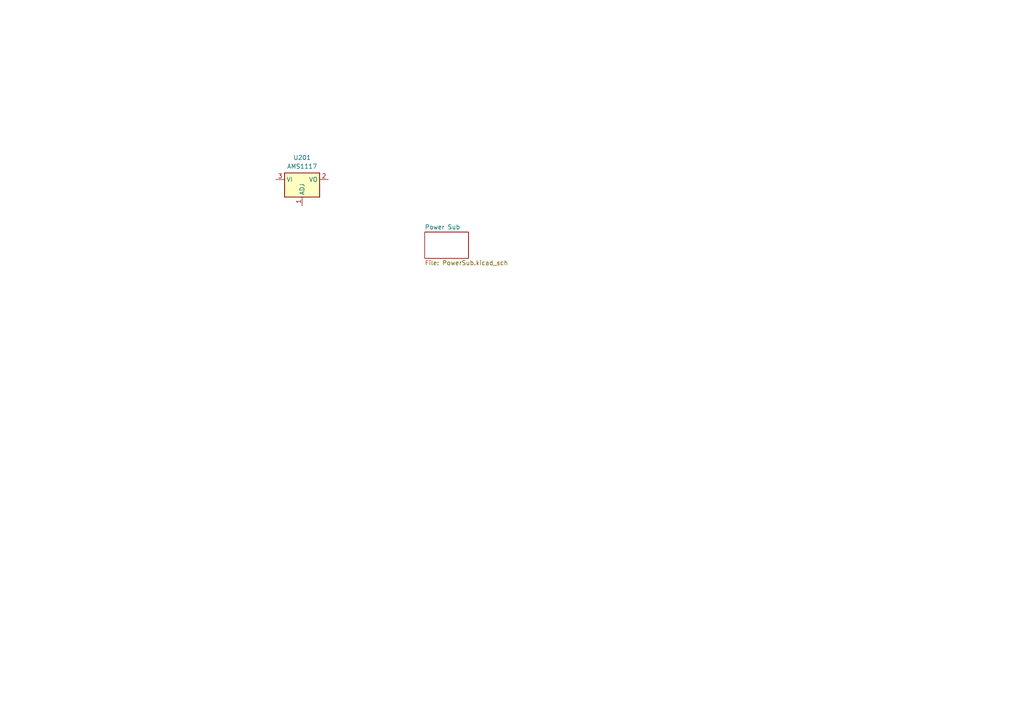
<source format=kicad_sch>
(kicad_sch (version 20231120) (generator "eeschema") (generator_version "8.0")
  (paper "A4")
  (title_block (title "Template Project") (date "2024-08-05") (rev "1") (company "Scott CJX"))
  (lib_symbols
    (symbol "Regulator_Linear:AMS1117"
      (property "Reference" "U" (at -3.81 3.175 0))
      (property "Value" "AMS1117" (at 0 3.175 0))
      (symbol "AMS1117_0_1"
        (rectangle (start -5.08 -5.08) (end 5.08 1.905) (stroke (width 0.254)) (fill (type background)))
      )
      (symbol "AMS1117_1_1"
        (pin input line (at 0 -7.62 90) (length 2.54) (name "ADJ") (number "1"))
        (pin power_out line (at 7.62 0 180) (length 2.54) (name "VO") (number "2"))
        (pin power_in line (at -7.62 0 0) (length 2.54) (name "VI") (number "3"))
      )
    )
  )
  (symbol (lib_id "Regulator_Linear:AMS1117") (at 87.63 52.07 0) (unit 1)
    (property "Reference" "U201" (at 87.63 45.72 0))
    (property "Value" "AMS1117" (at 87.63 48.26 0))
    (property "Footprint" "Package_TO_SOT_SMD:SOT-223-3_TabPin2" (effects (hide yes)))
    (property "Datasheet" "http://www.advanced-monolithic.com/pdf/ds1117.pdf" (effects (hide yes)))
    (property "Description" "1A Low Dropout regulator, positive, adjustable output, SOT-223" (effects (hide yes)))
  )
  (sheet (at 123.19 67.31) (size 12.7 7.62) (stroke (width 0.1524))
    (property "Sheetname" "Power Sub" (at 123.19 66.5984 0) (effects (justify left bottom)))
    (property "Sheetfile" "PowerSub.kicad_sch" (at 123.19 75.5146 0) (effects (justify left top)))
  )
)
</source>
